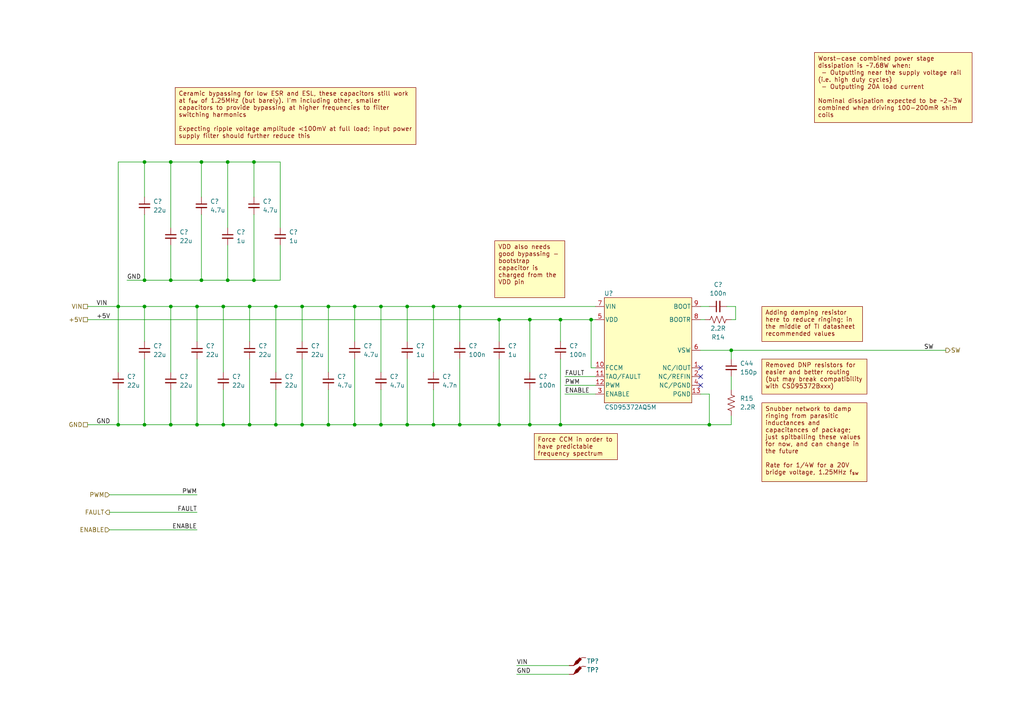
<source format=kicad_sch>
(kicad_sch (version 20230121) (generator eeschema)
  (paper "A4")
  (title_block (title "Shim Amplifier Prototype") (date "2023-08-01") (rev "A.1") (company "Ishaan Govindarajan"))
  (lib_symbols
    (symbol "Custom-Capacitor:CL10B104KB8NNWC" (pin_numbers hide) (pin_names (offset 0.254) hide)
      (property "Reference" "C" (at 0.254 1.778 0))
      (property "Value" "100n" (at 0.254 -2.032 0))
      (symbol "CL10B104KB8NNWC_0_1"
        (polyline (pts (xy -1.524 -0.508) (xy 1.524 -0.508)) (stroke (width 0.3302)))
        (polyline (pts (xy -1.524 0.508) (xy 1.524 0.508)) (stroke (width 0.3048)))
      )
      (symbol "CL10B104KB8NNWC_1_1"
        (pin passive line (at 0 2.54 270) (length 2.032) (name "~") (number "1"))
        (pin passive line (at 0 -2.54 90) (length 2.032) (name "~") (number "2"))
      )
    )
    (symbol "Custom-Capacitor:CL10B472KB8NFNC" (pin_numbers hide) (pin_names (offset 0.254) hide)
      (property "Reference" "C" (at 0.254 1.778 0))
      (property "Value" "4.7n" (at 0.254 -2.032 0))
      (symbol "CL10B472KB8NFNC_0_1"
        (polyline (pts (xy -1.524 -0.508) (xy 1.524 -0.508)) (stroke (width 0.3302)))
        (polyline (pts (xy -1.524 0.508) (xy 1.524 0.508)) (stroke (width 0.3048)))
      )
      (symbol "CL10B472KB8NFNC_1_1"
        (pin passive line (at 0 2.54 270) (length 2.032) (name "~") (number "1"))
        (pin passive line (at 0 -2.54 90) (length 2.032) (name "~") (number "2"))
      )
    )
    (symbol "Custom-Capacitor:CL21A475KLCLQNC" (pin_numbers hide) (pin_names (offset 0.254) hide)
      (property "Reference" "C" (at 0.254 1.778 0))
      (property "Value" "4.7u" (at 0.254 -2.032 0))
      (symbol "CL21A475KLCLQNC_0_1"
        (polyline (pts (xy -1.524 -0.508) (xy 1.524 -0.508)) (stroke (width 0.3302)))
        (polyline (pts (xy -1.524 0.508) (xy 1.524 0.508)) (stroke (width 0.3048)))
      )
      (symbol "CL21A475KLCLQNC_1_1"
        (pin passive line (at 0 2.54 270) (length 2.032) (name "~") (number "1"))
        (pin passive line (at 0 -2.54 90) (length 2.032) (name "~") (number "2"))
      )
    )
    (symbol "Custom-Capacitor:CL21B105KBFNNNG" (pin_numbers hide) (pin_names (offset 0.254) hide)
      (property "Reference" "C" (at 0.254 1.778 0))
      (property "Value" "1u" (at 0.254 -2.032 0))
      (symbol "CL21B105KBFNNNG_0_1"
        (polyline (pts (xy -1.524 -0.508) (xy 1.524 -0.508)) (stroke (width 0.3302)))
        (polyline (pts (xy -1.524 0.508) (xy 1.524 0.508)) (stroke (width 0.3048)))
      )
      (symbol "CL21B105KBFNNNG_1_1"
        (pin passive line (at 0 2.54 270) (length 2.032) (name "~") (number "1"))
        (pin passive line (at 0 -2.54 90) (length 2.032) (name "~") (number "2"))
      )
    )
    (symbol "Custom-Capacitor:CL32B226KAJNNNE" (pin_numbers hide) (pin_names (offset 0.254) hide)
      (property "Reference" "C" (at 0.254 1.778 0))
      (property "Value" "22u" (at 0.254 -2.032 0))
      (symbol "CL32B226KAJNNNE_0_1"
        (polyline (pts (xy -1.524 -0.508) (xy 1.524 -0.508)) (stroke (width 0.3302)))
        (polyline (pts (xy -1.524 0.508) (xy 1.524 0.508)) (stroke (width 0.3048)))
      )
      (symbol "CL32B226KAJNNNE_1_1"
        (pin passive line (at 0 2.54 270) (length 2.032) (name "~") (number "1"))
        (pin passive line (at 0 -2.54 90) (length 2.032) (name "~") (number "2"))
      )
    )
    (symbol "Custom-Capacitor:GCM1885C2A151JA16D" (pin_numbers hide) (pin_names (offset 0.254) hide)
      (property "Reference" "C" (at 0.254 1.778 0))
      (property "Value" "150p" (at 0.254 -2.032 0))
      (symbol "GCM1885C2A151JA16D_0_1"
        (polyline (pts (xy -1.524 -0.508) (xy 1.524 -0.508)) (stroke (width 0.3302)))
        (polyline (pts (xy -1.524 0.508) (xy 1.524 0.508)) (stroke (width 0.3048)))
      )
      (symbol "GCM1885C2A151JA16D_1_1"
        (pin passive line (at 0 2.54 270) (length 2.032) (name "~") (number "1"))
        (pin passive line (at 0 -2.54 90) (length 2.032) (name "~") (number "2"))
      )
    )
    (symbol "Custom-LogicIC:TestPoint" (in_bom no)
      (property "Reference" "TP" (at 2.54 0 0))
      (symbol "TestPoint_1_1"
        (polyline (pts (xy -0.762 1.27) (xy 0 0.508)) (stroke (width 0) (color 72 0 0 1)))
        (polyline (pts (xy -0.508 1.524) (xy 0.254 0.762)) (stroke (width 0) (color 72 0 0 1)))
        (polyline (pts (xy -1.27 0) (xy -0.762 1.016) (xy -0.254 0.508) (xy -1.27 0)) (fill (type color) (color 132 0 0 1)))
        (polyline (pts (xy -0.762 1.016) (xy 0.508 2.286) (xy 1.016 1.778) (xy -0.254 0.508) (xy -0.762 1.016)) (fill (type color) (color 132 0 0 1)))
        (arc (start 1.778 2.286) (mid 1.2343 2.3019) (end 0.762 2.032))
        (arc (start 1.778 2.286) (mid 2.032 2.258) (end 2.286 2.286))
        (pin passive line (at -2.54 0 0) (length 1.27) (name "") (number "1"))
      )
    )
    (symbol "Custom-PowerIC:CSD95372AQ5M" (pin_names (offset 0.254))
      (property "Reference" "U" (at -11.43 16.51 0))
      (property "Value" "CSD95372AQ5M" (at -12.7 -16.51 0))
      (symbol "CSD95372AQ5M_1_1"
        (rectangle (start -12.7 15.24) (end 12.7 -15.24) (fill (type background)))
        (pin passive line (at 15.24 -5.08 180) (length 2.54) (name "NC/IOUT") (number "1"))
        (pin input line (at -15.24 -5.08 0) (length 2.54) (name "FCCM") (number "10"))
        (pin tri_state line (at -15.24 -7.62 0) (length 2.54) (name "TAO/FAULT") (number "11"))
        (pin input line (at -15.24 -10.16 0) (length 2.54) (name "PWM") (number "12"))
        (pin power_in line (at 15.24 -12.7 180) (length 2.54) (name "PGND") (number "13"))
        (pin passive line (at 15.24 -7.62 180) (length 2.54) (name "NC/REFIN") (number "2"))
        (pin input line (at -15.24 -12.7 0) (length 2.54) (name "ENABLE") (number "3"))
        (pin passive line (at 15.24 -10.16 180) (length 2.54) (name "NC/PGND") (number "4"))
        (pin power_in line (at -15.24 8.89 0) (length 2.54) (name "VDD") (number "5"))
        (pin power_out line (at 15.24 0 180) (length 2.54) (name "VSW") (number "6"))
        (pin power_in line (at -15.24 12.7 0) (length 2.54) (name "VIN") (number "7"))
        (pin output line (at 15.24 8.89 180) (length 2.54) (name "BOOTR") (number "8"))
        (pin passive line (at 15.24 12.7 180) (length 2.54) (name "BOOT") (number "9"))
      )
    )
    (symbol "Custom-Resistor:RPC0805JT2R20-UP" (pin_numbers hide) (pin_names (offset 0))
      (property "Reference" "R" (at 2.54 0 90))
      (property "Value" "2.2R" (at -2.54 0 90))
      (symbol "RPC0805JT2R20-UP_0_1"
        (polyline (pts (xy 0 -2.286) (xy 0 -2.54)))
        (polyline (pts (xy 0 2.286) (xy 0 2.54)))
        (polyline (pts (xy 0 -0.762) (xy 1.016 -1.143) (xy 0 -1.524) (xy -1.016 -1.905) (xy 0 -2.286)))
        (polyline (pts (xy 0 0.762) (xy 1.016 0.381) (xy 0 0) (xy -1.016 -0.381) (xy 0 -0.762)))
        (polyline (pts (xy 0 2.286) (xy 1.016 1.905) (xy 0 1.524) (xy -1.016 1.143) (xy 0 0.762)))
      )
      (symbol "RPC0805JT2R20-UP_1_1"
        (pin passive line (at 0 3.81 270) (length 1.27) (name "~") (number "1"))
        (pin passive line (at 0 -3.81 90) (length 1.27) (name "~") (number "2"))
      )
    )
  )
  (junction (at 49.53 123.19))
  (junction (at 58.42 81.28))
  (junction (at 162.56 123.19))
  (junction (at 133.35 123.19))
  (junction (at 171.45 92.71))
  (junction (at 66.04 46.99))
  (junction (at 49.53 81.28))
  (junction (at 80.01 88.9))
  (junction (at 95.25 123.19))
  (junction (at 49.53 88.9))
  (junction (at 125.73 88.9))
  (junction (at 72.39 88.9))
  (junction (at 73.66 46.99))
  (junction (at 64.77 88.9))
  (junction (at 162.56 92.71))
  (junction (at 118.11 88.9))
  (junction (at 144.78 123.19))
  (junction (at 41.91 88.9))
  (junction (at 95.25 88.9))
  (junction (at 118.11 123.19))
  (junction (at 133.35 88.9))
  (junction (at 34.29 123.19))
  (junction (at 41.91 46.99))
  (junction (at 144.78 92.71))
  (junction (at 73.66 81.28))
  (junction (at 212.09 101.6))
  (junction (at 153.67 123.19))
  (junction (at 58.42 46.99))
  (junction (at 66.04 81.28))
  (junction (at 80.01 123.19))
  (junction (at 41.91 123.19))
  (junction (at 41.91 81.28))
  (junction (at 110.49 123.19))
  (junction (at 87.63 123.19))
  (junction (at 72.39 123.19))
  (junction (at 57.15 123.19))
  (junction (at 110.49 88.9))
  (junction (at 205.74 123.19))
  (junction (at 102.87 123.19))
  (junction (at 153.67 92.71))
  (junction (at 87.63 88.9))
  (junction (at 64.77 123.19))
  (junction (at 125.73 123.19))
  (junction (at 57.15 88.9))
  (junction (at 34.29 88.9))
  (junction (at 102.87 88.9))
  (junction (at 49.53 46.99))
  (no_connect (at 203.2 109.22))
  (no_connect (at 203.2 111.76))
  (no_connect (at 203.2 106.68))
  (wire (pts (xy 80.01 123.19) (xy 87.63 123.19)))
  (wire (pts (xy 49.53 88.9) (xy 57.15 88.9)))
  (wire (pts (xy 49.53 113.03) (xy 49.53 123.19)))
  (wire (pts (xy 25.4 123.19) (xy 34.29 123.19)))
  (wire (pts (xy 87.63 88.9) (xy 95.25 88.9)))
  (wire (pts (xy 34.29 46.99) (xy 41.91 46.99)))
  (wire (pts (xy 31.75 148.59) (xy 57.15 148.59)))
  (wire (pts (xy 73.66 46.99) (xy 73.66 57.15)))
  (wire (pts (xy 95.25 123.19) (xy 102.87 123.19)))
  (wire (pts (xy 144.78 92.71) (xy 153.67 92.71)))
  (wire (pts (xy 110.49 123.19) (xy 118.11 123.19)))
  (wire (pts (xy 49.53 71.12) (xy 49.53 81.28)))
  (wire (pts (xy 102.87 123.19) (xy 110.49 123.19)))
  (wire (pts (xy 203.2 88.9) (xy 205.74 88.9)))
  (wire (pts (xy 212.09 120.65) (xy 212.09 123.19)))
  (wire (pts (xy 81.28 46.99) (xy 81.28 66.04)))
  (wire (pts (xy 72.39 123.19) (xy 80.01 123.19)))
  (wire (pts (xy 144.78 92.71) (xy 144.78 99.06)))
  (wire (pts (xy 64.77 88.9) (xy 72.39 88.9)))
  (wire (pts (xy 64.77 113.03) (xy 64.77 123.19)))
  (wire (pts (xy 57.15 104.14) (xy 57.15 123.19)))
  (wire (pts (xy 203.2 114.3) (xy 205.74 114.3)))
  (wire (pts (xy 34.29 113.03) (xy 34.29 123.19)))
  (wire (pts (xy 162.56 104.14) (xy 162.56 123.19)))
  (wire (pts (xy 149.86 193.04) (xy 165.1 193.04)))
  (wire (pts (xy 110.49 88.9) (xy 110.49 107.95)))
  (wire (pts (xy 144.78 123.19) (xy 153.67 123.19)))
  (wire (pts (xy 149.86 195.58) (xy 165.1 195.58)))
  (wire (pts (xy 72.39 88.9) (xy 72.39 99.06)))
  (wire (pts (xy 64.77 123.19) (xy 72.39 123.19)))
  (wire (pts (xy 95.25 88.9) (xy 102.87 88.9)))
  (wire (pts (xy 110.49 88.9) (xy 118.11 88.9)))
  (wire (pts (xy 171.45 92.71) (xy 172.72 92.71)))
  (wire (pts (xy 205.74 123.19) (xy 212.09 123.19)))
  (wire (pts (xy 102.87 104.14) (xy 102.87 123.19)))
  (wire (pts (xy 87.63 104.14) (xy 87.63 123.19)))
  (wire (pts (xy 102.87 88.9) (xy 110.49 88.9)))
  (wire (pts (xy 125.73 88.9) (xy 125.73 107.95)))
  (wire (pts (xy 25.4 88.9) (xy 34.29 88.9)))
  (wire (pts (xy 80.01 113.03) (xy 80.01 123.19)))
  (wire (pts (xy 31.75 153.67) (xy 57.15 153.67)))
  (wire (pts (xy 203.2 92.71) (xy 204.47 92.71)))
  (wire (pts (xy 163.83 109.22) (xy 172.72 109.22)))
  (wire (pts (xy 73.66 46.99) (xy 81.28 46.99)))
  (wire (pts (xy 118.11 88.9) (xy 125.73 88.9)))
  (wire (pts (xy 41.91 104.14) (xy 41.91 123.19)))
  (wire (pts (xy 212.09 92.71) (xy 213.36 92.71)))
  (wire (pts (xy 57.15 88.9) (xy 57.15 99.06)))
  (wire (pts (xy 163.83 114.3) (xy 172.72 114.3)))
  (wire (pts (xy 81.28 71.12) (xy 81.28 81.28)))
  (wire (pts (xy 58.42 62.23) (xy 58.42 81.28)))
  (wire (pts (xy 66.04 46.99) (xy 73.66 46.99)))
  (wire (pts (xy 34.29 88.9) (xy 41.91 88.9)))
  (wire (pts (xy 212.09 101.6) (xy 274.32 101.6)))
  (wire (pts (xy 133.35 88.9) (xy 172.72 88.9)))
  (wire (pts (xy 49.53 46.99) (xy 58.42 46.99)))
  (wire (pts (xy 153.67 92.71) (xy 153.67 107.95)))
  (wire (pts (xy 102.87 88.9) (xy 102.87 99.06)))
  (wire (pts (xy 34.29 123.19) (xy 41.91 123.19)))
  (wire (pts (xy 49.53 81.28) (xy 58.42 81.28)))
  (wire (pts (xy 41.91 46.99) (xy 49.53 46.99)))
  (wire (pts (xy 118.11 88.9) (xy 118.11 99.06)))
  (wire (pts (xy 58.42 81.28) (xy 66.04 81.28)))
  (wire (pts (xy 41.91 88.9) (xy 41.91 99.06)))
  (wire (pts (xy 41.91 46.99) (xy 41.91 57.15)))
  (wire (pts (xy 49.53 88.9) (xy 41.91 88.9)))
  (wire (pts (xy 213.36 88.9) (xy 213.36 92.71)))
  (wire (pts (xy 66.04 81.28) (xy 73.66 81.28)))
  (wire (pts (xy 34.29 88.9) (xy 34.29 46.99)))
  (wire (pts (xy 172.72 106.68) (xy 171.45 106.68)))
  (wire (pts (xy 41.91 123.19) (xy 49.53 123.19)))
  (wire (pts (xy 72.39 104.14) (xy 72.39 123.19)))
  (wire (pts (xy 36.83 81.28) (xy 41.91 81.28)))
  (wire (pts (xy 58.42 46.99) (xy 58.42 57.15)))
  (wire (pts (xy 125.73 123.19) (xy 133.35 123.19)))
  (wire (pts (xy 162.56 123.19) (xy 205.74 123.19)))
  (wire (pts (xy 72.39 88.9) (xy 80.01 88.9)))
  (wire (pts (xy 66.04 46.99) (xy 66.04 66.04)))
  (wire (pts (xy 57.15 88.9) (xy 64.77 88.9)))
  (wire (pts (xy 162.56 92.71) (xy 171.45 92.71)))
  (wire (pts (xy 49.53 88.9) (xy 49.53 107.95)))
  (wire (pts (xy 153.67 92.71) (xy 162.56 92.71)))
  (wire (pts (xy 95.25 113.03) (xy 95.25 123.19)))
  (wire (pts (xy 212.09 109.22) (xy 212.09 113.03)))
  (wire (pts (xy 80.01 88.9) (xy 87.63 88.9)))
  (wire (pts (xy 87.63 88.9) (xy 87.63 99.06)))
  (wire (pts (xy 110.49 113.03) (xy 110.49 123.19)))
  (wire (pts (xy 95.25 88.9) (xy 95.25 107.95)))
  (wire (pts (xy 133.35 104.14) (xy 133.35 123.19)))
  (wire (pts (xy 162.56 92.71) (xy 162.56 99.06)))
  (wire (pts (xy 171.45 92.71) (xy 171.45 106.68)))
  (wire (pts (xy 73.66 62.23) (xy 73.66 81.28)))
  (wire (pts (xy 153.67 113.03) (xy 153.67 123.19)))
  (wire (pts (xy 133.35 123.19) (xy 144.78 123.19)))
  (wire (pts (xy 41.91 81.28) (xy 49.53 81.28)))
  (wire (pts (xy 118.11 104.14) (xy 118.11 123.19)))
  (wire (pts (xy 125.73 113.03) (xy 125.73 123.19)))
  (wire (pts (xy 49.53 46.99) (xy 49.53 66.04)))
  (wire (pts (xy 210.82 88.9) (xy 213.36 88.9)))
  (wire (pts (xy 57.15 123.19) (xy 64.77 123.19)))
  (wire (pts (xy 212.09 104.14) (xy 212.09 101.6)))
  (wire (pts (xy 205.74 114.3) (xy 205.74 123.19)))
  (wire (pts (xy 34.29 88.9) (xy 34.29 107.95)))
  (wire (pts (xy 31.75 143.51) (xy 57.15 143.51)))
  (wire (pts (xy 66.04 71.12) (xy 66.04 81.28)))
  (wire (pts (xy 118.11 123.19) (xy 125.73 123.19)))
  (wire (pts (xy 144.78 104.14) (xy 144.78 123.19)))
  (wire (pts (xy 153.67 123.19) (xy 162.56 123.19)))
  (wire (pts (xy 25.4 92.71) (xy 144.78 92.71)))
  (wire (pts (xy 80.01 88.9) (xy 80.01 107.95)))
  (wire (pts (xy 203.2 101.6) (xy 212.09 101.6)))
  (wire (pts (xy 87.63 123.19) (xy 95.25 123.19)))
  (wire (pts (xy 58.42 46.99) (xy 66.04 46.99)))
  (wire (pts (xy 49.53 123.19) (xy 57.15 123.19)))
  (wire (pts (xy 133.35 88.9) (xy 133.35 99.06)))
  (wire (pts (xy 41.91 62.23) (xy 41.91 81.28)))
  (wire (pts (xy 125.73 88.9) (xy 133.35 88.9)))
  (wire (pts (xy 64.77 88.9) (xy 64.77 107.95)))
  (wire (pts (xy 163.83 111.76) (xy 172.72 111.76)))
  (wire (pts (xy 73.66 81.28) (xy 81.28 81.28)))
  (text_box "Worst-case combined power stage dissipation is ~7.68W when:\n - Outputting near the supply voltage rail (i.e. high duty cycles)\n - Outputting 20A load current\n\nNominal dissipation expected to be ~2-3W combined when driving 100-200mR shim coils" (at 236.22 15.24 0) (size 45.72 20.32) (stroke (width 0) (color 132 0 0 1)) (fill (type color) (color 255 255 194 1)) (effects (font (size 1.27 1.27)) (justify left top)))
  (text_box "Adding damping resistor here to reduce ringing; in the middle of TI datasheet recommended values" (at 220.98 88.9 0) (size 29.21 10.16) (stroke (width 0) (color 132 0 0 1)) (fill (type color) (color 255 255 194 1)) (effects (font (size 1.27 1.27)) (justify left top)))
  (text_box "VDD also needs good bypassing - bootstrap capacitor is charged from the VDD pin" (at 143.51 69.85 0) (size 20.32 16.51) (stroke (width 0) (color 132 0 0 1)) (fill (type color) (color 255 255 194 1)) (effects (font (size 1.27 1.27)) (justify left top)))
  (text_box "Removed DNP resistors for easier and better routing (but may break compatibility with CSD95372Bxxx)" (at 220.98 104.14 0) (size 30.48 10.16) (stroke (width 0) (color 132 0 0 1)) (fill (type color) (color 255 255 194 1)) (effects (font (size 1.27 1.27)) (justify left top)))
  (text_box "Force CCM in order to have predictable frequency spectrum" (at 154.94 125.73 0) (size 24.13 7.62) (stroke (width 0) (color 132 0 0 1)) (fill (type color) (color 255 255 194 1)) (effects (font (size 1.27 1.27)) (justify left top)))
  (text_box "Ceramic bypassing for low ESR and ESL, these capacitors still work at f_{sw} of 1.25MHz (but barely). I'm including other, smaller capacitors to provide bypassing at higher frequencies to filter switching harmonics\n\nExpecting ripple voltage amplitude <100mV at full load; input power supply filter should further reduce this" (at 50.8 25.4 0) (size 69.85 16.51) (stroke (width 0) (color 132 0 0 1)) (fill (type color) (color 255 255 194 1)) (effects (font (size 1.27 1.27)) (justify left top)))
  (text_box "Snubber network to damp ringing from parasitic inductances and capacitances of package; just spitballing these values for now, and can change in the future\n\nRate for 1/4W for a 20V bridge voltage, 1.25MHz f_{sw}\n" (at 220.98 116.84 0) (size 30.48 22.86) (stroke (width 0) (color 132 0 0 1)) (fill (type color) (color 255 255 194 1)) (effects (font (size 1.27 1.27)) (justify left top)))
  (label "ENABLE" (at 57.15 153.67 180))
  (label "PWM" (at 57.15 143.51 180))
  (label "+5V" (at 27.94 92.71 0))
  (label "GND" (at 149.86 195.58 0))
  (label "FAULT" (at 163.83 109.22 0))
  (label "FAULT" (at 57.15 148.59 180))
  (label "VIN" (at 149.86 193.04 0))
  (label "GND" (at 36.83 81.28 0))
  (label "PWM" (at 163.83 111.76 0))
  (label "GND" (at 27.94 123.19 0))
  (label "ENABLE" (at 163.83 114.3 0))
  (label "SW" (at 267.97 101.6 0))
  (label "VIN" (at 27.94 88.9 0))
  (hierarchical_label "GND" (shape passive) (at 25.4 123.19 180))
  (hierarchical_label "PWM" (shape input) (at 31.75 143.51 180))
  (hierarchical_label "+5V" (shape passive) (at 25.4 92.71 180))
  (hierarchical_label "VIN" (shape passive) (at 25.4 88.9 180))
  (hierarchical_label "SW" (shape output) (at 274.32 101.6 0))
  (hierarchical_label "FAULT" (shape output) (at 31.75 148.59 180))
  (hierarchical_label "ENABLE" (shape input) (at 31.75 153.67 180))
  (symbol (lib_id "Custom-Capacitor:CL32B226KAJNNNE") (at 57.15 101.6 0) (unit 1)
    (property "Reference" "C?" (at 59.69 100.3363 0) (effects (justify left)))
    (property "Value" "22u" (at 59.69 102.8763 0) (effects (justify left)))
    (property "Footprint" "Capacitor_SMD:C_1210_3225Metric_Pad1.33x2.70mm_HandSolder" (effects hide))
    (property "Datasheet" "https://product.samsungsem.com/mlcc/CL32B226KAJNNN.do" (effects hide))
    (property "Manufacturer" "Samsung Electro-Mechanics" (effects hide))
    (property "Part Number" "CL32B226KAJNNNE" (effects hide))
    (instances (project "Class-D Prorotype RevB2" (path "" (reference "C?") (unit 1)) (path "" (reference "C25") (unit 1)) (path "" (reference "C50") (unit 1))))
  )
  (symbol (lib_id "Custom-Capacitor:CL21B105KBFNNNG") (at 66.04 68.58 0) (unit 1)
    (property "Reference" "C?" (at 68.58 67.3163 0) (effects (justify left)))
    (property "Value" "1u" (at 68.58 69.8563 0) (effects (justify left)))
    (property "Footprint" "Capacitor_SMD:C_0805_2012Metric_Pad1.18x1.45mm_HandSolder" (effects hide))
    (property "Datasheet" "https://media.digikey.com/pdf/Data%20Sheets/Samsung%20PDFs/CL21B105KBFNNNG_Spec.pdf" (effects hide))
    (property "Manufacturer" "Samsung Electro-Mechanics" (effects hide))
    (property "Part Number" "CL21B105KBFNNNG" (effects hide))
    (instances (project "Class-D Prorotype RevB2" (path "" (reference "C?") (unit 1)) (path "" (reference "C28") (unit 1)) (path "" (reference "C53") (unit 1))))
  )
  (symbol (lib_id "Custom-Capacitor:CL32B226KAJNNNE") (at 49.53 68.58 0) (unit 1)
    (property "Reference" "C?" (at 52.07 67.3163 0) (effects (justify left)))
    (property "Value" "22u" (at 52.07 69.8563 0) (effects (justify left)))
    (property "Footprint" "Capacitor_SMD:C_1210_3225Metric_Pad1.33x2.70mm_HandSolder" (effects hide))
    (property "Datasheet" "https://product.samsungsem.com/mlcc/CL32B226KAJNNN.do" (effects hide))
    (property "Manufacturer" "Samsung Electro-Mechanics" (effects hide))
    (property "Part Number" "CL32B226KAJNNNE" (effects hide))
    (instances (project "Class-D Prorotype RevB2" (path "" (reference "C?") (unit 1)) (path "" (reference "C23") (unit 1)) (path "" (reference "C48") (unit 1))))
  )
  (symbol (lib_id "Custom-Capacitor:CL10B104KB8NNWC") (at 133.35 101.6 180) (unit 1)
    (property "Reference" "C?" (at 135.89 100.3236 0) (effects (justify right)))
    (property "Value" "100n" (at 135.89 102.8636 0) (effects (justify right)))
    (property "Footprint" "Capacitor_SMD:C_0603_1608Metric_Pad1.08x0.95mm_HandSolder" (effects hide))
    (property "Datasheet" "https://product.samsungsem.com/mlcc/CL31B106KAHNFN.do" (effects hide))
    (property "Manufacturer" "Samsung Electro-Mechanics" (effects hide))
    (property "Part Number" "CL10B104KB8NNWC" (effects hide))
    (instances (project "Class-D Prorotype RevB2" (path "" (reference "C?") (unit 1)) (path "" (reference "C39") (unit 1)) (path "" (reference "C64") (unit 1))))
  )
  (symbol (lib_id "Custom-Capacitor:CL10B104KB8NNWC") (at 162.56 101.6 180) (unit 1)
    (property "Reference" "C?" (at 165.1 100.3236 0) (effects (justify right)))
    (property "Value" "100n" (at 165.1 102.8636 0) (effects (justify right)))
    (property "Footprint" "Capacitor_SMD:C_0603_1608Metric_Pad1.08x0.95mm_HandSolder" (effects hide))
    (property "Datasheet" "https://product.samsungsem.com/mlcc/CL31B106KAHNFN.do" (effects hide))
    (property "Manufacturer" "Samsung Electro-Mechanics" (effects hide))
    (property "Part Number" "CL10B104KB8NNWC" (effects hide))
    (instances (project "Class-D Prorotype RevB2" (path "" (reference "C?") (unit 1)) (path "" (reference "C42") (unit 1)) (path "" (reference "C67") (unit 1))))
  )
  (symbol (lib_id "Custom-Capacitor:GCM1885C2A151JA16D") (at 212.09 106.68 0) (unit 1)
    (property "Reference" "C44" (at 214.63 105.4163 0) (effects (justify left)))
    (property "Value" "150p" (at 214.63 107.9563 0) (effects (justify left)))
    (property "Footprint" "Capacitor_SMD:C_0603_1608Metric_Pad1.08x0.95mm_HandSolder" (effects hide))
    (property "Datasheet" "https://search.murata.co.jp/Ceramy/image/img/A01X/G101/ENG/GCM1885C2A151JA16-01.pdf" (effects hide))
    (property "Manufacturer" "Murata Electronics" (effects hide))
    (property "Part Number" "GCM1885C2A151JA16D" (effects hide))
    (instances (project "Class-D Prorotype RevB2" (path "" (reference "C44") (unit 1)) (path "" (reference "C69") (unit 1))))
  )
  (symbol (lib_id "Custom-Capacitor:CL32B226KAJNNNE") (at 80.01 110.49 0) (unit 1)
    (property "Reference" "C?" (at 82.55 109.2263 0) (effects (justify left)))
    (property "Value" "22u" (at 82.55 111.7663 0) (effects (justify left)))
    (property "Footprint" "Capacitor_SMD:C_1210_3225Metric_Pad1.33x2.70mm_HandSolder" (effects hide))
    (property "Datasheet" "https://product.samsungsem.com/mlcc/CL32B226KAJNNN.do" (effects hide))
    (property "Manufacturer" "Samsung Electro-Mechanics" (effects hide))
    (property "Part Number" "CL32B226KAJNNNE" (effects hide))
    (instances (project "Class-D Prorotype RevB2" (path "" (reference "C?") (unit 1)) (path "" (reference "C31") (unit 1)) (path "" (reference "C56") (unit 1))))
  )
  (symbol (lib_id "Custom-Capacitor:CL21B105KBFNNNG") (at 144.78 101.6 0) (unit 1)
    (property "Reference" "C?" (at 147.32 100.3363 0) (effects (justify left)))
    (property "Value" "1u" (at 147.32 102.8763 0) (effects (justify left)))
    (property "Footprint" "Capacitor_SMD:C_0805_2012Metric_Pad1.18x1.45mm_HandSolder" (effects hide))
    (property "Datasheet" "https://media.digikey.com/pdf/Data%20Sheets/Samsung%20PDFs/CL21B105KBFNNNG_Spec.pdf" (effects hide))
    (property "Manufacturer" "Samsung Electro-Mechanics" (effects hide))
    (property "Part Number" "CL21B105KBFNNNG" (effects hide))
    (instances (project "Class-D Prorotype RevB2" (path "" (reference "C?") (unit 1)) (path "" (reference "C40") (unit 1)) (path "" (reference "C65") (unit 1))))
  )
  (symbol (lib_id "Custom-Capacitor:CL21A475KLCLQNC") (at 110.49 110.49 0) (unit 1)
    (property "Reference" "C?" (at 113.03 109.2263 0) (effects (justify left)))
    (property "Value" "4.7u" (at 113.03 111.7663 0) (effects (justify left)))
    (property "Footprint" "Capacitor_SMD:C_0805_2012Metric_Pad1.18x1.45mm_HandSolder" (effects hide))
    (property "Datasheet" "https://media.digikey.com/pdf/Data%20Sheets/Samsung%20PDFs/CL21A475KLCLQNC_Spec.pdf" (effects hide))
    (property "Manufacturer" "Samsung Electro-Mechanics" (effects hide))
    (property "Part Number" "CL21A475KLCLQNC" (effects hide))
    (instances (project "Class-D Prorotype RevB2" (path "" (reference "C?") (unit 1)) (path "" (reference "C36") (unit 1)) (path "" (reference "C61") (unit 1))))
  )
  (symbol (lib_id "Custom-Capacitor:CL32B226KAJNNNE") (at 87.63 101.6 0) (unit 1)
    (property "Reference" "C?" (at 90.17 100.3363 0) (effects (justify left)))
    (property "Value" "22u" (at 90.17 102.8763 0) (effects (justify left)))
    (property "Footprint" "Capacitor_SMD:C_1210_3225Metric_Pad1.33x2.70mm_HandSolder" (effects hide))
    (property "Datasheet" "https://product.samsungsem.com/mlcc/CL32B226KAJNNN.do" (effects hide))
    (property "Manufacturer" "Samsung Electro-Mechanics" (effects hide))
    (property "Part Number" "CL32B226KAJNNNE" (effects hide))
    (instances (project "Class-D Prorotype RevB2" (path "" (reference "C?") (unit 1)) (path "" (reference "C33") (unit 1)) (path "" (reference "C58") (unit 1))))
  )
  (symbol (lib_id "Custom-Capacitor:CL10B472KB8NFNC") (at 125.73 110.49 0) (unit 1)
    (property "Reference" "C?" (at 128.27 109.2263 0) (effects (justify left)))
    (property "Value" "4.7n" (at 128.27 111.7663 0) (effects (justify left)))
    (property "Footprint" "Capacitor_SMD:C_0603_1608Metric_Pad1.08x0.95mm_HandSolder" (effects hide))
    (property "Datasheet" "https://product.samsungsem.com/mlcc/CL10B472KB8NFN.do" (effects hide))
    (property "Manufacturer" "Samsung Electro-Mechanics" (effects hide))
    (property "Part Number" "CL10B472KB8NFNC" (effects hide))
    (instances (project "Class-D Prorotype RevB2" (path "" (reference "C?") (unit 1)) (path "" (reference "C38") (unit 1)) (path "" (reference "C63") (unit 1))))
  )
  (symbol (lib_id "Custom-Capacitor:CL32B226KAJNNNE") (at 34.29 110.49 0) (unit 1)
    (property "Reference" "C?" (at 36.83 109.2263 0) (effects (justify left)))
    (property "Value" "22u" (at 36.83 111.7663 0) (effects (justify left)))
    (property "Footprint" "Capacitor_SMD:C_1210_3225Metric_Pad1.33x2.70mm_HandSolder" (effects hide))
    (property "Datasheet" "https://product.samsungsem.com/mlcc/CL32B226KAJNNN.do" (effects hide))
    (property "Manufacturer" "Samsung Electro-Mechanics" (effects hide))
    (property "Part Number" "CL32B226KAJNNNE" (effects hide))
    (instances (project "Class-D Prorotype RevB2" (path "" (reference "C?") (unit 1)) (path "" (reference "C20") (unit 1)) (path "" (reference "C45") (unit 1))))
  )
  (symbol (lib_id "Custom-Capacitor:CL32B226KAJNNNE") (at 41.91 59.69 0) (unit 1)
    (property "Reference" "C?" (at 44.45 58.4263 0) (effects (justify left)))
    (property "Value" "22u" (at 44.45 60.9663 0) (effects (justify left)))
    (property "Footprint" "Capacitor_SMD:C_1210_3225Metric_Pad1.33x2.70mm_HandSolder" (effects hide))
    (property "Datasheet" "https://product.samsungsem.com/mlcc/CL32B226KAJNNN.do" (effects hide))
    (property "Manufacturer" "Samsung Electro-Mechanics" (effects hide))
    (property "Part Number" "CL32B226KAJNNNE" (effects hide))
    (instances (project "Class-D Prorotype RevB2" (path "" (reference "C?") (unit 1)) (path "" (reference "C21") (unit 1)) (path "" (reference "C46") (unit 1))))
  )
  (symbol (lib_id "Custom-LogicIC:TestPoint") (at 167.64 193.04 0) (unit 1) (in_bom no)
    (property "Reference" "TP?" (at 170.18 191.77 0) (effects (justify left)))
    (property "Value" "-" (effects hide))
    (property "Footprint" "TestPoint:TestPoint_Pad_D2.0mm" (effects hide))
    (instances (project "Class-D Prorotype RevB2" (path "" (reference "TP?") (unit 1)) (path "" (reference "TP12") (unit 1)) (path "" (reference "TP14") (unit 1))))
  )
  (symbol (lib_id "Custom-Capacitor:CL32B226KAJNNNE") (at 72.39 101.6 0) (unit 1)
    (property "Reference" "C?" (at 74.93 100.3363 0) (effects (justify left)))
    (property "Value" "22u" (at 74.93 102.8763 0) (effects (justify left)))
    (property "Footprint" "Capacitor_SMD:C_1210_3225Metric_Pad1.33x2.70mm_HandSolder" (effects hide))
    (property "Datasheet" "https://product.samsungsem.com/mlcc/CL32B226KAJNNN.do" (effects hide))
    (property "Manufacturer" "Samsung Electro-Mechanics" (effects hide))
    (property "Part Number" "CL32B226KAJNNNE" (effects hide))
    (instances (project "Class-D Prorotype RevB2" (path "" (reference "C?") (unit 1)) (path "" (reference "C29") (unit 1)) (path "" (reference "C54") (unit 1))))
  )
  (symbol (lib_id "Custom-Capacitor:CL32B226KAJNNNE") (at 49.53 110.49 0) (unit 1)
    (property "Reference" "C?" (at 52.07 109.2263 0) (effects (justify left)))
    (property "Value" "22u" (at 52.07 111.7663 0) (effects (justify left)))
    (property "Footprint" "Capacitor_SMD:C_1210_3225Metric_Pad1.33x2.70mm_HandSolder" (effects hide))
    (property "Datasheet" "https://product.samsungsem.com/mlcc/CL32B226KAJNNN.do" (effects hide))
    (property "Manufacturer" "Samsung Electro-Mechanics" (effects hide))
    (property "Part Number" "CL32B226KAJNNNE" (effects hide))
    (instances (project "Class-D Prorotype RevB2" (path "" (reference "C?") (unit 1)) (path "" (reference "C24") (unit 1)) (path "" (reference "C49") (unit 1))))
  )
  (symbol (lib_id "Custom-Capacitor:CL21B105KBFNNNG") (at 81.28 68.58 0) (unit 1)
    (property "Reference" "C?" (at 83.82 67.3163 0) (effects (justify left)))
    (property "Value" "1u" (at 83.82 69.8563 0) (effects (justify left)))
    (property "Footprint" "Capacitor_SMD:C_0805_2012Metric_Pad1.18x1.45mm_HandSolder" (effects hide))
    (property "Datasheet" "https://media.digikey.com/pdf/Data%20Sheets/Samsung%20PDFs/CL21B105KBFNNNG_Spec.pdf" (effects hide))
    (property "Manufacturer" "Samsung Electro-Mechanics" (effects hide))
    (property "Part Number" "CL21B105KBFNNNG" (effects hide))
    (instances (project "Class-D Prorotype RevB2" (path "" (reference "C?") (unit 1)) (path "" (reference "C32") (unit 1)) (path "" (reference "C57") (unit 1))))
  )
  (symbol (lib_id "Custom-LogicIC:TestPoint") (at 167.64 195.58 0) (unit 1) (in_bom no)
    (property "Reference" "TP?" (at 170.18 194.31 0) (effects (justify left)))
    (property "Value" "-" (effects hide))
    (property "Footprint" "TestPoint:TestPoint_Pad_D2.0mm" (effects hide))
    (instances (project "Class-D Prorotype RevB2" (path "" (reference "TP?") (unit 1)) (path "" (reference "TP13") (unit 1)) (path "" (reference "TP15") (unit 1))))
  )
  (symbol (lib_id "Custom-Capacitor:CL21A475KLCLQNC") (at 73.66 59.69 0) (unit 1)
    (property "Reference" "C?" (at 76.2 58.4263 0) (effects (justify left)))
    (property "Value" "4.7u" (at 76.2 60.9663 0) (effects (justify left)))
    (property "Footprint" "Capacitor_SMD:C_0805_2012Metric_Pad1.18x1.45mm_HandSolder" (effects hide))
    (property "Datasheet" "https://media.digikey.com/pdf/Data%20Sheets/Samsung%20PDFs/CL21A475KLCLQNC_Spec.pdf" (effects hide))
    (property "Manufacturer" "Samsung Electro-Mechanics" (effects hide))
    (property "Part Number" "CL21A475KLCLQNC" (effects hide))
    (instances (project "Class-D Prorotype RevB2" (path "" (reference "C?") (unit 1)) (path "" (reference "C30") (unit 1)) (path "" (reference "C55") (unit 1))))
  )
  (symbol (lib_id "Custom-Capacitor:CL32B226KAJNNNE") (at 41.91 101.6 0) (unit 1)
    (property "Reference" "C?" (at 44.45 100.3363 0) (effects (justify left)))
    (property "Value" "22u" (at 44.45 102.8763 0) (effects (justify left)))
    (property "Footprint" "Capacitor_SMD:C_1210_3225Metric_Pad1.33x2.70mm_HandSolder" (effects hide))
    (property "Datasheet" "https://product.samsungsem.com/mlcc/CL32B226KAJNNN.do" (effects hide))
    (property "Manufacturer" "Samsung Electro-Mechanics" (effects hide))
    (property "Part Number" "CL32B226KAJNNNE" (effects hide))
    (instances (project "Class-D Prorotype RevB2" (path "" (reference "C?") (unit 1)) (path "" (reference "C22") (unit 1)) (path "" (reference "C47") (unit 1))))
  )
  (symbol (lib_id "Custom-Capacitor:CL10B104KB8NNWC") (at 208.28 88.9 90) (unit 1)
    (property "Reference" "C?" (at 208.2863 82.55 90))
    (property "Value" "100n" (at 208.2863 85.09 90))
    (property "Footprint" "Capacitor_SMD:C_0603_1608Metric_Pad1.08x0.95mm_HandSolder" (effects hide))
    (property "Datasheet" "https://product.samsungsem.com/mlcc/CL31B106KAHNFN.do" (effects hide))
    (property "Manufacturer" "Samsung Electro-Mechanics" (effects hide))
    (property "Part Number" "CL10B104KB8NNWC" (effects hide))
    (instances (project "Class-D Prorotype RevB2" (path "" (reference "C?") (unit 1)) (path "" (reference "C43") (unit 1)) (path "" (reference "C68") (unit 1))))
  )
  (symbol (lib_id "Custom-Capacitor:CL21A475KLCLQNC") (at 102.87 101.6 0) (unit 1)
    (property "Reference" "C?" (at 105.41 100.3363 0) (effects (justify left)))
    (property "Value" "4.7u" (at 105.41 102.8763 0) (effects (justify left)))
    (property "Footprint" "Capacitor_SMD:C_0805_2012Metric_Pad1.18x1.45mm_HandSolder" (effects hide))
    (property "Datasheet" "https://media.digikey.com/pdf/Data%20Sheets/Samsung%20PDFs/CL21A475KLCLQNC_Spec.pdf" (effects hide))
    (property "Manufacturer" "Samsung Electro-Mechanics" (effects hide))
    (property "Part Number" "CL21A475KLCLQNC" (effects hide))
    (instances (project "Class-D Prorotype RevB2" (path "" (reference "C?") (unit 1)) (path "" (reference "C35") (unit 1)) (path "" (reference "C60") (unit 1))))
  )
  (symbol (lib_id "Custom-Resistor:RPC0805JT2R20-UP") (at 208.28 92.71 90) (unit 1)
    (property "Reference" "R14" (at 208.28 97.79 90))
    (property "Value" "2.2R" (at 208.28 95.25 90))
    (property "Footprint" "Resistor_SMD:R_0805_2012Metric_Pad1.20x1.40mm_HandSolder" (effects hide))
    (property "Datasheet" "https://www.seielect.com/Catalog/SEI-RPC.pdf" (effects hide))
    (property "Manufacturer" "Stackpole Electronics Inc" (effects hide))
    (property "Part Number" "RPC0805JT2R20-UP" (effects hide))
    (instances (project "Class-D Prorotype RevB2" (path "" (reference "R14") (unit 1)) (path "" (reference "R16") (unit 1))))
  )
  (symbol (lib_id "Custom-Capacitor:CL21A475KLCLQNC") (at 58.42 59.69 0) (unit 1)
    (property "Reference" "C?" (at 60.96 58.4263 0) (effects (justify left)))
    (property "Value" "4.7u" (at 60.96 60.9663 0) (effects (justify left)))
    (property "Footprint" "Capacitor_SMD:C_0805_2012Metric_Pad1.18x1.45mm_HandSolder" (effects hide))
    (property "Datasheet" "https://media.digikey.com/pdf/Data%20Sheets/Samsung%20PDFs/CL21A475KLCLQNC_Spec.pdf" (effects hide))
    (property "Manufacturer" "Samsung Electro-Mechanics" (effects hide))
    (property "Part Number" "CL21A475KLCLQNC" (effects hide))
    (instances (project "Class-D Prorotype RevB2" (path "" (reference "C?") (unit 1)) (path "" (reference "C26") (unit 1)) (path "" (reference "C51") (unit 1))))
  )
  (symbol (lib_id "Custom-Resistor:RPC0805JT2R20-UP") (at 212.09 116.84 0) (unit 1)
    (property "Reference" "R15" (at 214.63 115.57 0) (effects (justify left)))
    (property "Value" "2.2R" (at 214.63 118.11 0) (effects (justify left)))
    (property "Footprint" "Resistor_SMD:R_0805_2012Metric_Pad1.20x1.40mm_HandSolder" (effects hide))
    (property "Datasheet" "https://www.seielect.com/Catalog/SEI-RPC.pdf" (effects hide))
    (property "Manufacturer" "Stackpole Electronics Inc" (effects hide))
    (property "Part Number" "RPC0805JT2R20-UP" (effects hide))
    (instances (project "Class-D Prorotype RevB2" (path "" (reference "R15") (unit 1)) (path "" (reference "R17") (unit 1))))
  )
  (symbol (lib_id "Custom-Capacitor:CL21B105KBFNNNG") (at 118.11 101.6 0) (unit 1)
    (property "Reference" "C?" (at 120.65 100.3363 0) (effects (justify left)))
    (property "Value" "1u" (at 120.65 102.8763 0) (effects (justify left)))
    (property "Footprint" "Capacitor_SMD:C_0805_2012Metric_Pad1.18x1.45mm_HandSolder" (effects hide))
    (property "Datasheet" "https://media.digikey.com/pdf/Data%20Sheets/Samsung%20PDFs/CL21B105KBFNNNG_Spec.pdf" (effects hide))
    (property "Manufacturer" "Samsung Electro-Mechanics" (effects hide))
    (property "Part Number" "CL21B105KBFNNNG" (effects hide))
    (instances (project "Class-D Prorotype RevB2" (path "" (reference "C?") (unit 1)) (path "" (reference "C37") (unit 1)) (path "" (reference "C62") (unit 1))))
  )
  (symbol (lib_id "Custom-Capacitor:CL21A475KLCLQNC") (at 95.25 110.49 0) (unit 1)
    (property "Reference" "C?" (at 97.79 109.2263 0) (effects (justify left)))
    (property "Value" "4.7u" (at 97.79 111.7663 0) (effects (justify left)))
    (property "Footprint" "Capacitor_SMD:C_0805_2012Metric_Pad1.18x1.45mm_HandSolder" (effects hide))
    (property "Datasheet" "https://media.digikey.com/pdf/Data%20Sheets/Samsung%20PDFs/CL21A475KLCLQNC_Spec.pdf" (effects hide))
    (property "Manufacturer" "Samsung Electro-Mechanics" (effects hide))
    (property "Part Number" "CL21A475KLCLQNC" (effects hide))
    (instances (project "Class-D Prorotype RevB2" (path "" (reference "C?") (unit 1)) (path "" (reference "C34") (unit 1)) (path "" (reference "C59") (unit 1))))
  )
  (symbol (lib_id "Custom-PowerIC:CSD95372AQ5M") (at 187.96 101.6 0) (unit 1)
    (property "Reference" "U?" (at 176.53 85.09 0))
    (property "Value" "CSD95372AQ5M" (at 182.88 118.11 0))
    (property "Footprint" "Custom-IC:LSON-12-1EP_5x6mm" (effects hide))
    (property "Datasheet" "https://www.ti.com/lit/ds/symlink/csd95372aq5m.pdf" (effects hide))
    (property "Manufacturer" "Texas Instruments" (effects hide))
    (property "Part Number" "CSD95372AQ5M" (effects hide))
    (instances (project "Class-D Prorotype RevB2" (path "" (reference "U?") (unit 1)) (path "" (reference "U4") (unit 1)) (path "" (reference "U5") (unit 1))))
  )
  (symbol (lib_id "Custom-Capacitor:CL10B104KB8NNWC") (at 153.67 110.49 180) (unit 1)
    (property "Reference" "C?" (at 156.21 109.2136 0) (effects (justify right)))
    (property "Value" "100n" (at 156.21 111.7536 0) (effects (justify right)))
    (property "Footprint" "Capacitor_SMD:C_0603_1608Metric_Pad1.08x0.95mm_HandSolder" (effects hide))
    (property "Datasheet" "https://product.samsungsem.com/mlcc/CL31B106KAHNFN.do" (effects hide))
    (property "Manufacturer" "Samsung Electro-Mechanics" (effects hide))
    (property "Part Number" "CL10B104KB8NNWC" (effects hide))
    (instances (project "Class-D Prorotype RevB2" (path "" (reference "C?") (unit 1)) (path "" (reference "C41") (unit 1)) (path "" (reference "C66") (unit 1))))
  )
  (symbol (lib_id "Custom-Capacitor:CL32B226KAJNNNE") (at 64.77 110.49 0) (unit 1)
    (property "Reference" "C?" (at 67.31 109.2263 0) (effects (justify left)))
    (property "Value" "22u" (at 67.31 111.7663 0) (effects (justify left)))
    (property "Footprint" "Capacitor_SMD:C_1210_3225Metric_Pad1.33x2.70mm_HandSolder" (effects hide))
    (property "Datasheet" "https://product.samsungsem.com/mlcc/CL32B226KAJNNN.do" (effects hide))
    (property "Manufacturer" "Samsung Electro-Mechanics" (effects hide))
    (property "Part Number" "CL32B226KAJNNNE" (effects hide))
    (instances (project "Class-D Prorotype RevB2" (path "" (reference "C?") (unit 1)) (path "" (reference "C27") (unit 1)) (path "" (reference "C52") (unit 1))))
  )
)
</source>
